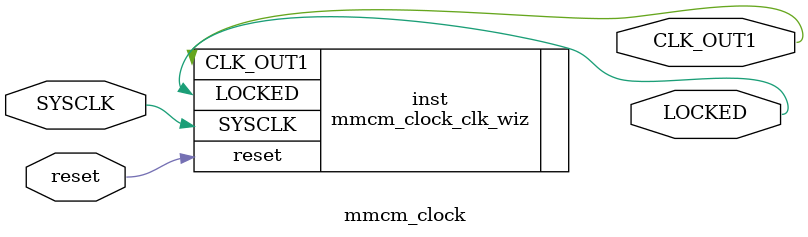
<source format=v>


`timescale 1ps/1ps

(* CORE_GENERATION_INFO = "mmcm_clock,clk_wiz_v6_0_3_0_0,{component_name=mmcm_clock,use_phase_alignment=true,use_min_o_jitter=false,use_max_i_jitter=false,use_dyn_phase_shift=false,use_inclk_switchover=false,use_dyn_reconfig=false,enable_axi=0,feedback_source=FDBK_AUTO,PRIMITIVE=MMCM,num_out_clk=1,clkin1_period=10.000,clkin2_period=10.000,use_power_down=false,use_reset=true,use_locked=true,use_inclk_stopped=false,feedback_type=SINGLE,CLOCK_MGR_TYPE=NA,manual_override=false}" *)

module mmcm_clock 
 (
  // Clock out ports
  output        CLK_OUT1,
  // Status and control signals
  input         reset,
  output        LOCKED,
 // Clock in ports
  input         SYSCLK
 );

  mmcm_clock_clk_wiz inst
  (
  // Clock out ports  
  .CLK_OUT1(CLK_OUT1),
  // Status and control signals               
  .reset(reset), 
  .LOCKED(LOCKED),
 // Clock in ports
  .SYSCLK(SYSCLK)
  );

endmodule

</source>
